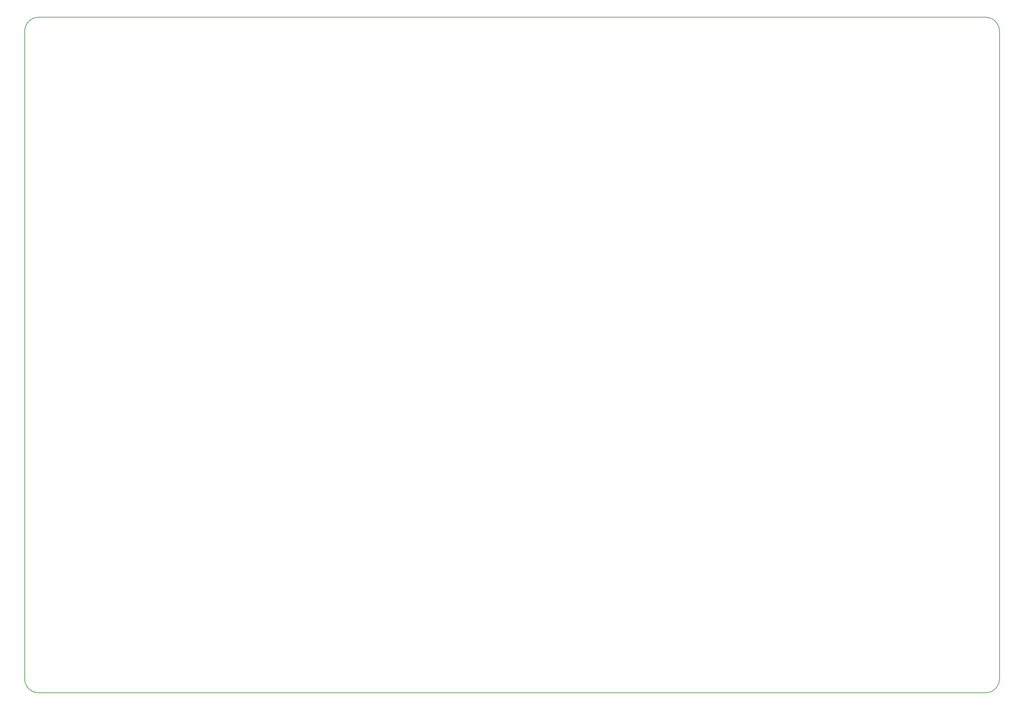
<source format=gbr>
G04 #@! TF.GenerationSoftware,KiCad,Pcbnew,(5.0.0)*
G04 #@! TF.CreationDate,2018-10-03T22:38:32-05:00*
G04 #@! TF.ProjectId,Spot_Welder_Hardware,53706F745F57656C6465725F48617264,rev?*
G04 #@! TF.SameCoordinates,Original*
G04 #@! TF.FileFunction,Profile,NP*
%FSLAX46Y46*%
G04 Gerber Fmt 4.6, Leading zero omitted, Abs format (unit mm)*
G04 Created by KiCad (PCBNEW (5.0.0)) date 10/03/18 22:38:32*
%MOMM*%
%LPD*%
G01*
G04 APERTURE LIST*
%ADD10C,0.150000*%
G04 APERTURE END LIST*
D10*
X280416000Y-192786000D02*
G75*
G02X276606000Y-196596000I-3810000J0D01*
G01*
X20574000Y-196596000D02*
X276606000Y-196596000D01*
X20574000Y-196596000D02*
G75*
G02X16764000Y-192786000I0J3810000D01*
G01*
X16764000Y-17526000D02*
X16764000Y-192786000D01*
X16764000Y-17526000D02*
G75*
G02X20574000Y-13716000I3810000J0D01*
G01*
X20574000Y-13716000D02*
X276606000Y-13716000D01*
X280416000Y-17526000D02*
X280416000Y-192786000D01*
X276606000Y-13716000D02*
G75*
G02X280416000Y-17526000I0J-3810000D01*
G01*
M02*

</source>
